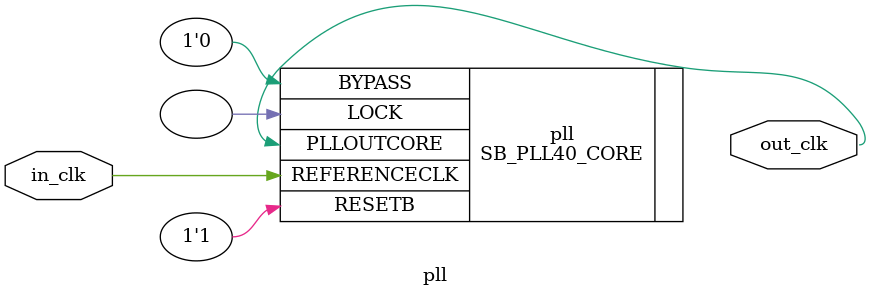
<source format=v>
module pll (
    input in_clk,
    output out_clk
);
    
SB_PLL40_CORE#(
.FEEDBACK_PATH("SIMPLE"),
.PLLOUT_SELECT("GENCLK"),
.DIVR(4'b0000),
.DIVF(7'b0101111),
.DIVQ(3'b011),
.FILTER_RANGE(3'b001)
) pll (
    .REFERENCECLK(in_clk),
    .PLLOUTCORE(out_clk),
   .LOCK(),
   .RESETB(1'b1),
   .BYPASS(1'b0)
);


endmodule
</source>
